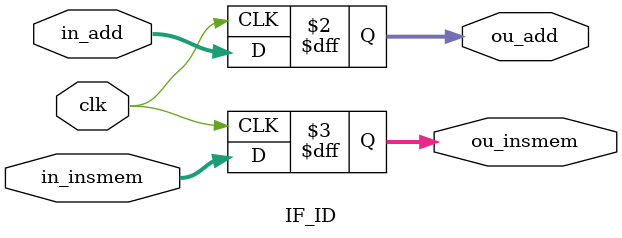
<source format=v>

`timescale 1ns/1ns

module IF_ID(
    input clk,
    input [31:0]in_add,
    input [31:0]in_insmem,
    output reg [31:0]ou_add,
    output reg [31:0]ou_insmem
);
/*
initial begin
	ou_add = 32'h00000000;
    ou_insmem = 32'h00000000;
end*/

always @(posedge clk) begin
    ou_add = in_add;
    ou_insmem = in_insmem;
end

endmodule

</source>
